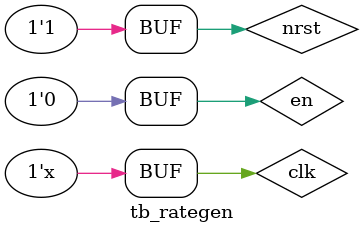
<source format=v>
`timescale 1ns / 1ps

module tb_rategen;

	// Inputs
	reg clk;
	reg nrst;
	reg en;

	// Outputs
	wire clk_out;
	wire sampling;
	wire update;

	// Instantiate the Unit Under Test (UUT)
	rategen uut (
		.clk(clk), 
		.nrst(nrst), 
		.en(en), 
		.clk_out(clk_out),
		.sampling(sampling),
		.update(update)
	);

	initial
	begin
		// Initialize Inputs
		clk = 0;
		nrst = 1;
		en = 0;

		// Wait 100 ns for global reset to finish
		#100;
		// Add stimulus here
		#100 nrst <= 0;
		#100 nrst <= 1;
	end
	
	initial
	begin
		#950 en<= 1;
		#6000 en <= 0;
	end
	
	//10MHz frequency
	always #50
		clk <= ~clk;

endmodule

</source>
